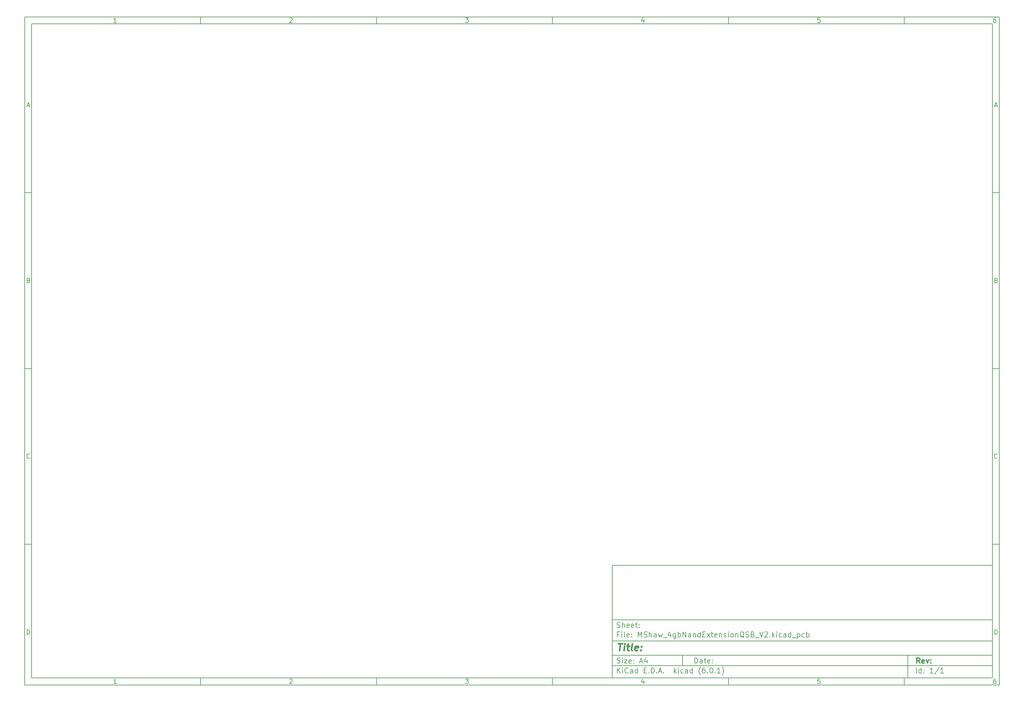
<source format=gbp>
%TF.GenerationSoftware,KiCad,Pcbnew,(6.0.1)*%
%TF.CreationDate,2022-02-28T01:07:11-07:00*%
%TF.ProjectId,MShaw_4gbNandExtensionQSB_V2,4d536861-775f-4346-9762-4e616e644578,rev?*%
%TF.SameCoordinates,Original*%
%TF.FileFunction,Paste,Bot*%
%TF.FilePolarity,Positive*%
%FSLAX46Y46*%
G04 Gerber Fmt 4.6, Leading zero omitted, Abs format (unit mm)*
G04 Created by KiCad (PCBNEW (6.0.1)) date 2022-02-28 01:07:11*
%MOMM*%
%LPD*%
G01*
G04 APERTURE LIST*
%ADD10C,0.100000*%
%ADD11C,0.150000*%
%ADD12C,0.300000*%
%ADD13C,0.400000*%
G04 APERTURE END LIST*
D10*
D11*
X177002200Y-166007200D02*
X177002200Y-198007200D01*
X285002200Y-198007200D01*
X285002200Y-166007200D01*
X177002200Y-166007200D01*
D10*
D11*
X10000000Y-10000000D02*
X10000000Y-200007200D01*
X287002200Y-200007200D01*
X287002200Y-10000000D01*
X10000000Y-10000000D01*
D10*
D11*
X12000000Y-12000000D02*
X12000000Y-198007200D01*
X285002200Y-198007200D01*
X285002200Y-12000000D01*
X12000000Y-12000000D01*
D10*
D11*
X60000000Y-12000000D02*
X60000000Y-10000000D01*
D10*
D11*
X110000000Y-12000000D02*
X110000000Y-10000000D01*
D10*
D11*
X160000000Y-12000000D02*
X160000000Y-10000000D01*
D10*
D11*
X210000000Y-12000000D02*
X210000000Y-10000000D01*
D10*
D11*
X260000000Y-12000000D02*
X260000000Y-10000000D01*
D10*
D11*
X36065476Y-11588095D02*
X35322619Y-11588095D01*
X35694047Y-11588095D02*
X35694047Y-10288095D01*
X35570238Y-10473809D01*
X35446428Y-10597619D01*
X35322619Y-10659523D01*
D10*
D11*
X85322619Y-10411904D02*
X85384523Y-10350000D01*
X85508333Y-10288095D01*
X85817857Y-10288095D01*
X85941666Y-10350000D01*
X86003571Y-10411904D01*
X86065476Y-10535714D01*
X86065476Y-10659523D01*
X86003571Y-10845238D01*
X85260714Y-11588095D01*
X86065476Y-11588095D01*
D10*
D11*
X135260714Y-10288095D02*
X136065476Y-10288095D01*
X135632142Y-10783333D01*
X135817857Y-10783333D01*
X135941666Y-10845238D01*
X136003571Y-10907142D01*
X136065476Y-11030952D01*
X136065476Y-11340476D01*
X136003571Y-11464285D01*
X135941666Y-11526190D01*
X135817857Y-11588095D01*
X135446428Y-11588095D01*
X135322619Y-11526190D01*
X135260714Y-11464285D01*
D10*
D11*
X185941666Y-10721428D02*
X185941666Y-11588095D01*
X185632142Y-10226190D02*
X185322619Y-11154761D01*
X186127380Y-11154761D01*
D10*
D11*
X236003571Y-10288095D02*
X235384523Y-10288095D01*
X235322619Y-10907142D01*
X235384523Y-10845238D01*
X235508333Y-10783333D01*
X235817857Y-10783333D01*
X235941666Y-10845238D01*
X236003571Y-10907142D01*
X236065476Y-11030952D01*
X236065476Y-11340476D01*
X236003571Y-11464285D01*
X235941666Y-11526190D01*
X235817857Y-11588095D01*
X235508333Y-11588095D01*
X235384523Y-11526190D01*
X235322619Y-11464285D01*
D10*
D11*
X285941666Y-10288095D02*
X285694047Y-10288095D01*
X285570238Y-10350000D01*
X285508333Y-10411904D01*
X285384523Y-10597619D01*
X285322619Y-10845238D01*
X285322619Y-11340476D01*
X285384523Y-11464285D01*
X285446428Y-11526190D01*
X285570238Y-11588095D01*
X285817857Y-11588095D01*
X285941666Y-11526190D01*
X286003571Y-11464285D01*
X286065476Y-11340476D01*
X286065476Y-11030952D01*
X286003571Y-10907142D01*
X285941666Y-10845238D01*
X285817857Y-10783333D01*
X285570238Y-10783333D01*
X285446428Y-10845238D01*
X285384523Y-10907142D01*
X285322619Y-11030952D01*
D10*
D11*
X60000000Y-198007200D02*
X60000000Y-200007200D01*
D10*
D11*
X110000000Y-198007200D02*
X110000000Y-200007200D01*
D10*
D11*
X160000000Y-198007200D02*
X160000000Y-200007200D01*
D10*
D11*
X210000000Y-198007200D02*
X210000000Y-200007200D01*
D10*
D11*
X260000000Y-198007200D02*
X260000000Y-200007200D01*
D10*
D11*
X36065476Y-199595295D02*
X35322619Y-199595295D01*
X35694047Y-199595295D02*
X35694047Y-198295295D01*
X35570238Y-198481009D01*
X35446428Y-198604819D01*
X35322619Y-198666723D01*
D10*
D11*
X85322619Y-198419104D02*
X85384523Y-198357200D01*
X85508333Y-198295295D01*
X85817857Y-198295295D01*
X85941666Y-198357200D01*
X86003571Y-198419104D01*
X86065476Y-198542914D01*
X86065476Y-198666723D01*
X86003571Y-198852438D01*
X85260714Y-199595295D01*
X86065476Y-199595295D01*
D10*
D11*
X135260714Y-198295295D02*
X136065476Y-198295295D01*
X135632142Y-198790533D01*
X135817857Y-198790533D01*
X135941666Y-198852438D01*
X136003571Y-198914342D01*
X136065476Y-199038152D01*
X136065476Y-199347676D01*
X136003571Y-199471485D01*
X135941666Y-199533390D01*
X135817857Y-199595295D01*
X135446428Y-199595295D01*
X135322619Y-199533390D01*
X135260714Y-199471485D01*
D10*
D11*
X185941666Y-198728628D02*
X185941666Y-199595295D01*
X185632142Y-198233390D02*
X185322619Y-199161961D01*
X186127380Y-199161961D01*
D10*
D11*
X236003571Y-198295295D02*
X235384523Y-198295295D01*
X235322619Y-198914342D01*
X235384523Y-198852438D01*
X235508333Y-198790533D01*
X235817857Y-198790533D01*
X235941666Y-198852438D01*
X236003571Y-198914342D01*
X236065476Y-199038152D01*
X236065476Y-199347676D01*
X236003571Y-199471485D01*
X235941666Y-199533390D01*
X235817857Y-199595295D01*
X235508333Y-199595295D01*
X235384523Y-199533390D01*
X235322619Y-199471485D01*
D10*
D11*
X285941666Y-198295295D02*
X285694047Y-198295295D01*
X285570238Y-198357200D01*
X285508333Y-198419104D01*
X285384523Y-198604819D01*
X285322619Y-198852438D01*
X285322619Y-199347676D01*
X285384523Y-199471485D01*
X285446428Y-199533390D01*
X285570238Y-199595295D01*
X285817857Y-199595295D01*
X285941666Y-199533390D01*
X286003571Y-199471485D01*
X286065476Y-199347676D01*
X286065476Y-199038152D01*
X286003571Y-198914342D01*
X285941666Y-198852438D01*
X285817857Y-198790533D01*
X285570238Y-198790533D01*
X285446428Y-198852438D01*
X285384523Y-198914342D01*
X285322619Y-199038152D01*
D10*
D11*
X10000000Y-60000000D02*
X12000000Y-60000000D01*
D10*
D11*
X10000000Y-110000000D02*
X12000000Y-110000000D01*
D10*
D11*
X10000000Y-160000000D02*
X12000000Y-160000000D01*
D10*
D11*
X10690476Y-35216666D02*
X11309523Y-35216666D01*
X10566666Y-35588095D02*
X11000000Y-34288095D01*
X11433333Y-35588095D01*
D10*
D11*
X11092857Y-84907142D02*
X11278571Y-84969047D01*
X11340476Y-85030952D01*
X11402380Y-85154761D01*
X11402380Y-85340476D01*
X11340476Y-85464285D01*
X11278571Y-85526190D01*
X11154761Y-85588095D01*
X10659523Y-85588095D01*
X10659523Y-84288095D01*
X11092857Y-84288095D01*
X11216666Y-84350000D01*
X11278571Y-84411904D01*
X11340476Y-84535714D01*
X11340476Y-84659523D01*
X11278571Y-84783333D01*
X11216666Y-84845238D01*
X11092857Y-84907142D01*
X10659523Y-84907142D01*
D10*
D11*
X11402380Y-135464285D02*
X11340476Y-135526190D01*
X11154761Y-135588095D01*
X11030952Y-135588095D01*
X10845238Y-135526190D01*
X10721428Y-135402380D01*
X10659523Y-135278571D01*
X10597619Y-135030952D01*
X10597619Y-134845238D01*
X10659523Y-134597619D01*
X10721428Y-134473809D01*
X10845238Y-134350000D01*
X11030952Y-134288095D01*
X11154761Y-134288095D01*
X11340476Y-134350000D01*
X11402380Y-134411904D01*
D10*
D11*
X10659523Y-185588095D02*
X10659523Y-184288095D01*
X10969047Y-184288095D01*
X11154761Y-184350000D01*
X11278571Y-184473809D01*
X11340476Y-184597619D01*
X11402380Y-184845238D01*
X11402380Y-185030952D01*
X11340476Y-185278571D01*
X11278571Y-185402380D01*
X11154761Y-185526190D01*
X10969047Y-185588095D01*
X10659523Y-185588095D01*
D10*
D11*
X287002200Y-60000000D02*
X285002200Y-60000000D01*
D10*
D11*
X287002200Y-110000000D02*
X285002200Y-110000000D01*
D10*
D11*
X287002200Y-160000000D02*
X285002200Y-160000000D01*
D10*
D11*
X285692676Y-35216666D02*
X286311723Y-35216666D01*
X285568866Y-35588095D02*
X286002200Y-34288095D01*
X286435533Y-35588095D01*
D10*
D11*
X286095057Y-84907142D02*
X286280771Y-84969047D01*
X286342676Y-85030952D01*
X286404580Y-85154761D01*
X286404580Y-85340476D01*
X286342676Y-85464285D01*
X286280771Y-85526190D01*
X286156961Y-85588095D01*
X285661723Y-85588095D01*
X285661723Y-84288095D01*
X286095057Y-84288095D01*
X286218866Y-84350000D01*
X286280771Y-84411904D01*
X286342676Y-84535714D01*
X286342676Y-84659523D01*
X286280771Y-84783333D01*
X286218866Y-84845238D01*
X286095057Y-84907142D01*
X285661723Y-84907142D01*
D10*
D11*
X286404580Y-135464285D02*
X286342676Y-135526190D01*
X286156961Y-135588095D01*
X286033152Y-135588095D01*
X285847438Y-135526190D01*
X285723628Y-135402380D01*
X285661723Y-135278571D01*
X285599819Y-135030952D01*
X285599819Y-134845238D01*
X285661723Y-134597619D01*
X285723628Y-134473809D01*
X285847438Y-134350000D01*
X286033152Y-134288095D01*
X286156961Y-134288095D01*
X286342676Y-134350000D01*
X286404580Y-134411904D01*
D10*
D11*
X285661723Y-185588095D02*
X285661723Y-184288095D01*
X285971247Y-184288095D01*
X286156961Y-184350000D01*
X286280771Y-184473809D01*
X286342676Y-184597619D01*
X286404580Y-184845238D01*
X286404580Y-185030952D01*
X286342676Y-185278571D01*
X286280771Y-185402380D01*
X286156961Y-185526190D01*
X285971247Y-185588095D01*
X285661723Y-185588095D01*
D10*
D11*
X200434342Y-193785771D02*
X200434342Y-192285771D01*
X200791485Y-192285771D01*
X201005771Y-192357200D01*
X201148628Y-192500057D01*
X201220057Y-192642914D01*
X201291485Y-192928628D01*
X201291485Y-193142914D01*
X201220057Y-193428628D01*
X201148628Y-193571485D01*
X201005771Y-193714342D01*
X200791485Y-193785771D01*
X200434342Y-193785771D01*
X202577200Y-193785771D02*
X202577200Y-193000057D01*
X202505771Y-192857200D01*
X202362914Y-192785771D01*
X202077200Y-192785771D01*
X201934342Y-192857200D01*
X202577200Y-193714342D02*
X202434342Y-193785771D01*
X202077200Y-193785771D01*
X201934342Y-193714342D01*
X201862914Y-193571485D01*
X201862914Y-193428628D01*
X201934342Y-193285771D01*
X202077200Y-193214342D01*
X202434342Y-193214342D01*
X202577200Y-193142914D01*
X203077200Y-192785771D02*
X203648628Y-192785771D01*
X203291485Y-192285771D02*
X203291485Y-193571485D01*
X203362914Y-193714342D01*
X203505771Y-193785771D01*
X203648628Y-193785771D01*
X204720057Y-193714342D02*
X204577200Y-193785771D01*
X204291485Y-193785771D01*
X204148628Y-193714342D01*
X204077200Y-193571485D01*
X204077200Y-193000057D01*
X204148628Y-192857200D01*
X204291485Y-192785771D01*
X204577200Y-192785771D01*
X204720057Y-192857200D01*
X204791485Y-193000057D01*
X204791485Y-193142914D01*
X204077200Y-193285771D01*
X205434342Y-193642914D02*
X205505771Y-193714342D01*
X205434342Y-193785771D01*
X205362914Y-193714342D01*
X205434342Y-193642914D01*
X205434342Y-193785771D01*
X205434342Y-192857200D02*
X205505771Y-192928628D01*
X205434342Y-193000057D01*
X205362914Y-192928628D01*
X205434342Y-192857200D01*
X205434342Y-193000057D01*
D10*
D11*
X177002200Y-194507200D02*
X285002200Y-194507200D01*
D10*
D11*
X178434342Y-196585771D02*
X178434342Y-195085771D01*
X179291485Y-196585771D02*
X178648628Y-195728628D01*
X179291485Y-195085771D02*
X178434342Y-195942914D01*
X179934342Y-196585771D02*
X179934342Y-195585771D01*
X179934342Y-195085771D02*
X179862914Y-195157200D01*
X179934342Y-195228628D01*
X180005771Y-195157200D01*
X179934342Y-195085771D01*
X179934342Y-195228628D01*
X181505771Y-196442914D02*
X181434342Y-196514342D01*
X181220057Y-196585771D01*
X181077200Y-196585771D01*
X180862914Y-196514342D01*
X180720057Y-196371485D01*
X180648628Y-196228628D01*
X180577200Y-195942914D01*
X180577200Y-195728628D01*
X180648628Y-195442914D01*
X180720057Y-195300057D01*
X180862914Y-195157200D01*
X181077200Y-195085771D01*
X181220057Y-195085771D01*
X181434342Y-195157200D01*
X181505771Y-195228628D01*
X182791485Y-196585771D02*
X182791485Y-195800057D01*
X182720057Y-195657200D01*
X182577200Y-195585771D01*
X182291485Y-195585771D01*
X182148628Y-195657200D01*
X182791485Y-196514342D02*
X182648628Y-196585771D01*
X182291485Y-196585771D01*
X182148628Y-196514342D01*
X182077200Y-196371485D01*
X182077200Y-196228628D01*
X182148628Y-196085771D01*
X182291485Y-196014342D01*
X182648628Y-196014342D01*
X182791485Y-195942914D01*
X184148628Y-196585771D02*
X184148628Y-195085771D01*
X184148628Y-196514342D02*
X184005771Y-196585771D01*
X183720057Y-196585771D01*
X183577200Y-196514342D01*
X183505771Y-196442914D01*
X183434342Y-196300057D01*
X183434342Y-195871485D01*
X183505771Y-195728628D01*
X183577200Y-195657200D01*
X183720057Y-195585771D01*
X184005771Y-195585771D01*
X184148628Y-195657200D01*
X186005771Y-195800057D02*
X186505771Y-195800057D01*
X186720057Y-196585771D02*
X186005771Y-196585771D01*
X186005771Y-195085771D01*
X186720057Y-195085771D01*
X187362914Y-196442914D02*
X187434342Y-196514342D01*
X187362914Y-196585771D01*
X187291485Y-196514342D01*
X187362914Y-196442914D01*
X187362914Y-196585771D01*
X188077200Y-196585771D02*
X188077200Y-195085771D01*
X188434342Y-195085771D01*
X188648628Y-195157200D01*
X188791485Y-195300057D01*
X188862914Y-195442914D01*
X188934342Y-195728628D01*
X188934342Y-195942914D01*
X188862914Y-196228628D01*
X188791485Y-196371485D01*
X188648628Y-196514342D01*
X188434342Y-196585771D01*
X188077200Y-196585771D01*
X189577200Y-196442914D02*
X189648628Y-196514342D01*
X189577200Y-196585771D01*
X189505771Y-196514342D01*
X189577200Y-196442914D01*
X189577200Y-196585771D01*
X190220057Y-196157200D02*
X190934342Y-196157200D01*
X190077200Y-196585771D02*
X190577200Y-195085771D01*
X191077200Y-196585771D01*
X191577200Y-196442914D02*
X191648628Y-196514342D01*
X191577200Y-196585771D01*
X191505771Y-196514342D01*
X191577200Y-196442914D01*
X191577200Y-196585771D01*
X194577200Y-196585771D02*
X194577200Y-195085771D01*
X194720057Y-196014342D02*
X195148628Y-196585771D01*
X195148628Y-195585771D02*
X194577200Y-196157200D01*
X195791485Y-196585771D02*
X195791485Y-195585771D01*
X195791485Y-195085771D02*
X195720057Y-195157200D01*
X195791485Y-195228628D01*
X195862914Y-195157200D01*
X195791485Y-195085771D01*
X195791485Y-195228628D01*
X197148628Y-196514342D02*
X197005771Y-196585771D01*
X196720057Y-196585771D01*
X196577200Y-196514342D01*
X196505771Y-196442914D01*
X196434342Y-196300057D01*
X196434342Y-195871485D01*
X196505771Y-195728628D01*
X196577200Y-195657200D01*
X196720057Y-195585771D01*
X197005771Y-195585771D01*
X197148628Y-195657200D01*
X198434342Y-196585771D02*
X198434342Y-195800057D01*
X198362914Y-195657200D01*
X198220057Y-195585771D01*
X197934342Y-195585771D01*
X197791485Y-195657200D01*
X198434342Y-196514342D02*
X198291485Y-196585771D01*
X197934342Y-196585771D01*
X197791485Y-196514342D01*
X197720057Y-196371485D01*
X197720057Y-196228628D01*
X197791485Y-196085771D01*
X197934342Y-196014342D01*
X198291485Y-196014342D01*
X198434342Y-195942914D01*
X199791485Y-196585771D02*
X199791485Y-195085771D01*
X199791485Y-196514342D02*
X199648628Y-196585771D01*
X199362914Y-196585771D01*
X199220057Y-196514342D01*
X199148628Y-196442914D01*
X199077200Y-196300057D01*
X199077200Y-195871485D01*
X199148628Y-195728628D01*
X199220057Y-195657200D01*
X199362914Y-195585771D01*
X199648628Y-195585771D01*
X199791485Y-195657200D01*
X202077200Y-197157200D02*
X202005771Y-197085771D01*
X201862914Y-196871485D01*
X201791485Y-196728628D01*
X201720057Y-196514342D01*
X201648628Y-196157200D01*
X201648628Y-195871485D01*
X201720057Y-195514342D01*
X201791485Y-195300057D01*
X201862914Y-195157200D01*
X202005771Y-194942914D01*
X202077200Y-194871485D01*
X203291485Y-195085771D02*
X203005771Y-195085771D01*
X202862914Y-195157200D01*
X202791485Y-195228628D01*
X202648628Y-195442914D01*
X202577200Y-195728628D01*
X202577200Y-196300057D01*
X202648628Y-196442914D01*
X202720057Y-196514342D01*
X202862914Y-196585771D01*
X203148628Y-196585771D01*
X203291485Y-196514342D01*
X203362914Y-196442914D01*
X203434342Y-196300057D01*
X203434342Y-195942914D01*
X203362914Y-195800057D01*
X203291485Y-195728628D01*
X203148628Y-195657200D01*
X202862914Y-195657200D01*
X202720057Y-195728628D01*
X202648628Y-195800057D01*
X202577200Y-195942914D01*
X204077200Y-196442914D02*
X204148628Y-196514342D01*
X204077200Y-196585771D01*
X204005771Y-196514342D01*
X204077200Y-196442914D01*
X204077200Y-196585771D01*
X205077200Y-195085771D02*
X205220057Y-195085771D01*
X205362914Y-195157200D01*
X205434342Y-195228628D01*
X205505771Y-195371485D01*
X205577200Y-195657200D01*
X205577200Y-196014342D01*
X205505771Y-196300057D01*
X205434342Y-196442914D01*
X205362914Y-196514342D01*
X205220057Y-196585771D01*
X205077200Y-196585771D01*
X204934342Y-196514342D01*
X204862914Y-196442914D01*
X204791485Y-196300057D01*
X204720057Y-196014342D01*
X204720057Y-195657200D01*
X204791485Y-195371485D01*
X204862914Y-195228628D01*
X204934342Y-195157200D01*
X205077200Y-195085771D01*
X206220057Y-196442914D02*
X206291485Y-196514342D01*
X206220057Y-196585771D01*
X206148628Y-196514342D01*
X206220057Y-196442914D01*
X206220057Y-196585771D01*
X207720057Y-196585771D02*
X206862914Y-196585771D01*
X207291485Y-196585771D02*
X207291485Y-195085771D01*
X207148628Y-195300057D01*
X207005771Y-195442914D01*
X206862914Y-195514342D01*
X208220057Y-197157200D02*
X208291485Y-197085771D01*
X208434342Y-196871485D01*
X208505771Y-196728628D01*
X208577200Y-196514342D01*
X208648628Y-196157200D01*
X208648628Y-195871485D01*
X208577200Y-195514342D01*
X208505771Y-195300057D01*
X208434342Y-195157200D01*
X208291485Y-194942914D01*
X208220057Y-194871485D01*
D10*
D11*
X177002200Y-191507200D02*
X285002200Y-191507200D01*
D10*
D12*
X264411485Y-193785771D02*
X263911485Y-193071485D01*
X263554342Y-193785771D02*
X263554342Y-192285771D01*
X264125771Y-192285771D01*
X264268628Y-192357200D01*
X264340057Y-192428628D01*
X264411485Y-192571485D01*
X264411485Y-192785771D01*
X264340057Y-192928628D01*
X264268628Y-193000057D01*
X264125771Y-193071485D01*
X263554342Y-193071485D01*
X265625771Y-193714342D02*
X265482914Y-193785771D01*
X265197200Y-193785771D01*
X265054342Y-193714342D01*
X264982914Y-193571485D01*
X264982914Y-193000057D01*
X265054342Y-192857200D01*
X265197200Y-192785771D01*
X265482914Y-192785771D01*
X265625771Y-192857200D01*
X265697200Y-193000057D01*
X265697200Y-193142914D01*
X264982914Y-193285771D01*
X266197200Y-192785771D02*
X266554342Y-193785771D01*
X266911485Y-192785771D01*
X267482914Y-193642914D02*
X267554342Y-193714342D01*
X267482914Y-193785771D01*
X267411485Y-193714342D01*
X267482914Y-193642914D01*
X267482914Y-193785771D01*
X267482914Y-192857200D02*
X267554342Y-192928628D01*
X267482914Y-193000057D01*
X267411485Y-192928628D01*
X267482914Y-192857200D01*
X267482914Y-193000057D01*
D10*
D11*
X178362914Y-193714342D02*
X178577200Y-193785771D01*
X178934342Y-193785771D01*
X179077200Y-193714342D01*
X179148628Y-193642914D01*
X179220057Y-193500057D01*
X179220057Y-193357200D01*
X179148628Y-193214342D01*
X179077200Y-193142914D01*
X178934342Y-193071485D01*
X178648628Y-193000057D01*
X178505771Y-192928628D01*
X178434342Y-192857200D01*
X178362914Y-192714342D01*
X178362914Y-192571485D01*
X178434342Y-192428628D01*
X178505771Y-192357200D01*
X178648628Y-192285771D01*
X179005771Y-192285771D01*
X179220057Y-192357200D01*
X179862914Y-193785771D02*
X179862914Y-192785771D01*
X179862914Y-192285771D02*
X179791485Y-192357200D01*
X179862914Y-192428628D01*
X179934342Y-192357200D01*
X179862914Y-192285771D01*
X179862914Y-192428628D01*
X180434342Y-192785771D02*
X181220057Y-192785771D01*
X180434342Y-193785771D01*
X181220057Y-193785771D01*
X182362914Y-193714342D02*
X182220057Y-193785771D01*
X181934342Y-193785771D01*
X181791485Y-193714342D01*
X181720057Y-193571485D01*
X181720057Y-193000057D01*
X181791485Y-192857200D01*
X181934342Y-192785771D01*
X182220057Y-192785771D01*
X182362914Y-192857200D01*
X182434342Y-193000057D01*
X182434342Y-193142914D01*
X181720057Y-193285771D01*
X183077200Y-193642914D02*
X183148628Y-193714342D01*
X183077200Y-193785771D01*
X183005771Y-193714342D01*
X183077200Y-193642914D01*
X183077200Y-193785771D01*
X183077200Y-192857200D02*
X183148628Y-192928628D01*
X183077200Y-193000057D01*
X183005771Y-192928628D01*
X183077200Y-192857200D01*
X183077200Y-193000057D01*
X184862914Y-193357200D02*
X185577200Y-193357200D01*
X184720057Y-193785771D02*
X185220057Y-192285771D01*
X185720057Y-193785771D01*
X186862914Y-192785771D02*
X186862914Y-193785771D01*
X186505771Y-192214342D02*
X186148628Y-193285771D01*
X187077200Y-193285771D01*
D10*
D11*
X263434342Y-196585771D02*
X263434342Y-195085771D01*
X264791485Y-196585771D02*
X264791485Y-195085771D01*
X264791485Y-196514342D02*
X264648628Y-196585771D01*
X264362914Y-196585771D01*
X264220057Y-196514342D01*
X264148628Y-196442914D01*
X264077200Y-196300057D01*
X264077200Y-195871485D01*
X264148628Y-195728628D01*
X264220057Y-195657200D01*
X264362914Y-195585771D01*
X264648628Y-195585771D01*
X264791485Y-195657200D01*
X265505771Y-196442914D02*
X265577200Y-196514342D01*
X265505771Y-196585771D01*
X265434342Y-196514342D01*
X265505771Y-196442914D01*
X265505771Y-196585771D01*
X265505771Y-195657200D02*
X265577200Y-195728628D01*
X265505771Y-195800057D01*
X265434342Y-195728628D01*
X265505771Y-195657200D01*
X265505771Y-195800057D01*
X268148628Y-196585771D02*
X267291485Y-196585771D01*
X267720057Y-196585771D02*
X267720057Y-195085771D01*
X267577200Y-195300057D01*
X267434342Y-195442914D01*
X267291485Y-195514342D01*
X269862914Y-195014342D02*
X268577200Y-196942914D01*
X271148628Y-196585771D02*
X270291485Y-196585771D01*
X270720057Y-196585771D02*
X270720057Y-195085771D01*
X270577200Y-195300057D01*
X270434342Y-195442914D01*
X270291485Y-195514342D01*
D10*
D11*
X177002200Y-187507200D02*
X285002200Y-187507200D01*
D10*
D13*
X178714580Y-188211961D02*
X179857438Y-188211961D01*
X179036009Y-190211961D02*
X179286009Y-188211961D01*
X180274104Y-190211961D02*
X180440771Y-188878628D01*
X180524104Y-188211961D02*
X180416961Y-188307200D01*
X180500295Y-188402438D01*
X180607438Y-188307200D01*
X180524104Y-188211961D01*
X180500295Y-188402438D01*
X181107438Y-188878628D02*
X181869342Y-188878628D01*
X181476485Y-188211961D02*
X181262200Y-189926247D01*
X181333628Y-190116723D01*
X181512200Y-190211961D01*
X181702676Y-190211961D01*
X182655057Y-190211961D02*
X182476485Y-190116723D01*
X182405057Y-189926247D01*
X182619342Y-188211961D01*
X184190771Y-190116723D02*
X183988390Y-190211961D01*
X183607438Y-190211961D01*
X183428866Y-190116723D01*
X183357438Y-189926247D01*
X183452676Y-189164342D01*
X183571723Y-188973866D01*
X183774104Y-188878628D01*
X184155057Y-188878628D01*
X184333628Y-188973866D01*
X184405057Y-189164342D01*
X184381247Y-189354819D01*
X183405057Y-189545295D01*
X185155057Y-190021485D02*
X185238390Y-190116723D01*
X185131247Y-190211961D01*
X185047914Y-190116723D01*
X185155057Y-190021485D01*
X185131247Y-190211961D01*
X185286009Y-188973866D02*
X185369342Y-189069104D01*
X185262200Y-189164342D01*
X185178866Y-189069104D01*
X185286009Y-188973866D01*
X185262200Y-189164342D01*
D10*
D11*
X178934342Y-185600057D02*
X178434342Y-185600057D01*
X178434342Y-186385771D02*
X178434342Y-184885771D01*
X179148628Y-184885771D01*
X179720057Y-186385771D02*
X179720057Y-185385771D01*
X179720057Y-184885771D02*
X179648628Y-184957200D01*
X179720057Y-185028628D01*
X179791485Y-184957200D01*
X179720057Y-184885771D01*
X179720057Y-185028628D01*
X180648628Y-186385771D02*
X180505771Y-186314342D01*
X180434342Y-186171485D01*
X180434342Y-184885771D01*
X181791485Y-186314342D02*
X181648628Y-186385771D01*
X181362914Y-186385771D01*
X181220057Y-186314342D01*
X181148628Y-186171485D01*
X181148628Y-185600057D01*
X181220057Y-185457200D01*
X181362914Y-185385771D01*
X181648628Y-185385771D01*
X181791485Y-185457200D01*
X181862914Y-185600057D01*
X181862914Y-185742914D01*
X181148628Y-185885771D01*
X182505771Y-186242914D02*
X182577200Y-186314342D01*
X182505771Y-186385771D01*
X182434342Y-186314342D01*
X182505771Y-186242914D01*
X182505771Y-186385771D01*
X182505771Y-185457200D02*
X182577200Y-185528628D01*
X182505771Y-185600057D01*
X182434342Y-185528628D01*
X182505771Y-185457200D01*
X182505771Y-185600057D01*
X184362914Y-186385771D02*
X184362914Y-184885771D01*
X184862914Y-185957200D01*
X185362914Y-184885771D01*
X185362914Y-186385771D01*
X186005771Y-186314342D02*
X186220057Y-186385771D01*
X186577200Y-186385771D01*
X186720057Y-186314342D01*
X186791485Y-186242914D01*
X186862914Y-186100057D01*
X186862914Y-185957200D01*
X186791485Y-185814342D01*
X186720057Y-185742914D01*
X186577200Y-185671485D01*
X186291485Y-185600057D01*
X186148628Y-185528628D01*
X186077200Y-185457200D01*
X186005771Y-185314342D01*
X186005771Y-185171485D01*
X186077200Y-185028628D01*
X186148628Y-184957200D01*
X186291485Y-184885771D01*
X186648628Y-184885771D01*
X186862914Y-184957200D01*
X187505771Y-186385771D02*
X187505771Y-184885771D01*
X188148628Y-186385771D02*
X188148628Y-185600057D01*
X188077200Y-185457200D01*
X187934342Y-185385771D01*
X187720057Y-185385771D01*
X187577200Y-185457200D01*
X187505771Y-185528628D01*
X189505771Y-186385771D02*
X189505771Y-185600057D01*
X189434342Y-185457200D01*
X189291485Y-185385771D01*
X189005771Y-185385771D01*
X188862914Y-185457200D01*
X189505771Y-186314342D02*
X189362914Y-186385771D01*
X189005771Y-186385771D01*
X188862914Y-186314342D01*
X188791485Y-186171485D01*
X188791485Y-186028628D01*
X188862914Y-185885771D01*
X189005771Y-185814342D01*
X189362914Y-185814342D01*
X189505771Y-185742914D01*
X190077200Y-185385771D02*
X190362914Y-186385771D01*
X190648628Y-185671485D01*
X190934342Y-186385771D01*
X191220057Y-185385771D01*
X191434342Y-186528628D02*
X192577200Y-186528628D01*
X193577200Y-185385771D02*
X193577200Y-186385771D01*
X193220057Y-184814342D02*
X192862914Y-185885771D01*
X193791485Y-185885771D01*
X195005771Y-185385771D02*
X195005771Y-186600057D01*
X194934342Y-186742914D01*
X194862914Y-186814342D01*
X194720057Y-186885771D01*
X194505771Y-186885771D01*
X194362914Y-186814342D01*
X195005771Y-186314342D02*
X194862914Y-186385771D01*
X194577200Y-186385771D01*
X194434342Y-186314342D01*
X194362914Y-186242914D01*
X194291485Y-186100057D01*
X194291485Y-185671485D01*
X194362914Y-185528628D01*
X194434342Y-185457200D01*
X194577200Y-185385771D01*
X194862914Y-185385771D01*
X195005771Y-185457200D01*
X195720057Y-186385771D02*
X195720057Y-184885771D01*
X195720057Y-185457200D02*
X195862914Y-185385771D01*
X196148628Y-185385771D01*
X196291485Y-185457200D01*
X196362914Y-185528628D01*
X196434342Y-185671485D01*
X196434342Y-186100057D01*
X196362914Y-186242914D01*
X196291485Y-186314342D01*
X196148628Y-186385771D01*
X195862914Y-186385771D01*
X195720057Y-186314342D01*
X197077200Y-186385771D02*
X197077200Y-184885771D01*
X197934342Y-186385771D01*
X197934342Y-184885771D01*
X199291485Y-186385771D02*
X199291485Y-185600057D01*
X199220057Y-185457200D01*
X199077200Y-185385771D01*
X198791485Y-185385771D01*
X198648628Y-185457200D01*
X199291485Y-186314342D02*
X199148628Y-186385771D01*
X198791485Y-186385771D01*
X198648628Y-186314342D01*
X198577200Y-186171485D01*
X198577200Y-186028628D01*
X198648628Y-185885771D01*
X198791485Y-185814342D01*
X199148628Y-185814342D01*
X199291485Y-185742914D01*
X200005771Y-185385771D02*
X200005771Y-186385771D01*
X200005771Y-185528628D02*
X200077200Y-185457200D01*
X200220057Y-185385771D01*
X200434342Y-185385771D01*
X200577200Y-185457200D01*
X200648628Y-185600057D01*
X200648628Y-186385771D01*
X202005771Y-186385771D02*
X202005771Y-184885771D01*
X202005771Y-186314342D02*
X201862914Y-186385771D01*
X201577200Y-186385771D01*
X201434342Y-186314342D01*
X201362914Y-186242914D01*
X201291485Y-186100057D01*
X201291485Y-185671485D01*
X201362914Y-185528628D01*
X201434342Y-185457200D01*
X201577200Y-185385771D01*
X201862914Y-185385771D01*
X202005771Y-185457200D01*
X202720057Y-185600057D02*
X203220057Y-185600057D01*
X203434342Y-186385771D02*
X202720057Y-186385771D01*
X202720057Y-184885771D01*
X203434342Y-184885771D01*
X203934342Y-186385771D02*
X204720057Y-185385771D01*
X203934342Y-185385771D02*
X204720057Y-186385771D01*
X205077200Y-185385771D02*
X205648628Y-185385771D01*
X205291485Y-184885771D02*
X205291485Y-186171485D01*
X205362914Y-186314342D01*
X205505771Y-186385771D01*
X205648628Y-186385771D01*
X206720057Y-186314342D02*
X206577200Y-186385771D01*
X206291485Y-186385771D01*
X206148628Y-186314342D01*
X206077200Y-186171485D01*
X206077200Y-185600057D01*
X206148628Y-185457200D01*
X206291485Y-185385771D01*
X206577200Y-185385771D01*
X206720057Y-185457200D01*
X206791485Y-185600057D01*
X206791485Y-185742914D01*
X206077200Y-185885771D01*
X207434342Y-185385771D02*
X207434342Y-186385771D01*
X207434342Y-185528628D02*
X207505771Y-185457200D01*
X207648628Y-185385771D01*
X207862914Y-185385771D01*
X208005771Y-185457200D01*
X208077200Y-185600057D01*
X208077200Y-186385771D01*
X208720057Y-186314342D02*
X208862914Y-186385771D01*
X209148628Y-186385771D01*
X209291485Y-186314342D01*
X209362914Y-186171485D01*
X209362914Y-186100057D01*
X209291485Y-185957200D01*
X209148628Y-185885771D01*
X208934342Y-185885771D01*
X208791485Y-185814342D01*
X208720057Y-185671485D01*
X208720057Y-185600057D01*
X208791485Y-185457200D01*
X208934342Y-185385771D01*
X209148628Y-185385771D01*
X209291485Y-185457200D01*
X210005771Y-186385771D02*
X210005771Y-185385771D01*
X210005771Y-184885771D02*
X209934342Y-184957200D01*
X210005771Y-185028628D01*
X210077200Y-184957200D01*
X210005771Y-184885771D01*
X210005771Y-185028628D01*
X210934342Y-186385771D02*
X210791485Y-186314342D01*
X210720057Y-186242914D01*
X210648628Y-186100057D01*
X210648628Y-185671485D01*
X210720057Y-185528628D01*
X210791485Y-185457200D01*
X210934342Y-185385771D01*
X211148628Y-185385771D01*
X211291485Y-185457200D01*
X211362914Y-185528628D01*
X211434342Y-185671485D01*
X211434342Y-186100057D01*
X211362914Y-186242914D01*
X211291485Y-186314342D01*
X211148628Y-186385771D01*
X210934342Y-186385771D01*
X212077200Y-185385771D02*
X212077200Y-186385771D01*
X212077200Y-185528628D02*
X212148628Y-185457200D01*
X212291485Y-185385771D01*
X212505771Y-185385771D01*
X212648628Y-185457200D01*
X212720057Y-185600057D01*
X212720057Y-186385771D01*
X214434342Y-186528628D02*
X214291485Y-186457200D01*
X214148628Y-186314342D01*
X213934342Y-186100057D01*
X213791485Y-186028628D01*
X213648628Y-186028628D01*
X213720057Y-186385771D02*
X213577200Y-186314342D01*
X213434342Y-186171485D01*
X213362914Y-185885771D01*
X213362914Y-185385771D01*
X213434342Y-185100057D01*
X213577200Y-184957200D01*
X213720057Y-184885771D01*
X214005771Y-184885771D01*
X214148628Y-184957200D01*
X214291485Y-185100057D01*
X214362914Y-185385771D01*
X214362914Y-185885771D01*
X214291485Y-186171485D01*
X214148628Y-186314342D01*
X214005771Y-186385771D01*
X213720057Y-186385771D01*
X214934342Y-186314342D02*
X215148628Y-186385771D01*
X215505771Y-186385771D01*
X215648628Y-186314342D01*
X215720057Y-186242914D01*
X215791485Y-186100057D01*
X215791485Y-185957200D01*
X215720057Y-185814342D01*
X215648628Y-185742914D01*
X215505771Y-185671485D01*
X215220057Y-185600057D01*
X215077200Y-185528628D01*
X215005771Y-185457200D01*
X214934342Y-185314342D01*
X214934342Y-185171485D01*
X215005771Y-185028628D01*
X215077200Y-184957200D01*
X215220057Y-184885771D01*
X215577200Y-184885771D01*
X215791485Y-184957200D01*
X216934342Y-185600057D02*
X217148628Y-185671485D01*
X217220057Y-185742914D01*
X217291485Y-185885771D01*
X217291485Y-186100057D01*
X217220057Y-186242914D01*
X217148628Y-186314342D01*
X217005771Y-186385771D01*
X216434342Y-186385771D01*
X216434342Y-184885771D01*
X216934342Y-184885771D01*
X217077200Y-184957200D01*
X217148628Y-185028628D01*
X217220057Y-185171485D01*
X217220057Y-185314342D01*
X217148628Y-185457200D01*
X217077200Y-185528628D01*
X216934342Y-185600057D01*
X216434342Y-185600057D01*
X217577200Y-186528628D02*
X218720057Y-186528628D01*
X218862914Y-184885771D02*
X219362914Y-186385771D01*
X219862914Y-184885771D01*
X220291485Y-185028628D02*
X220362914Y-184957200D01*
X220505771Y-184885771D01*
X220862914Y-184885771D01*
X221005771Y-184957200D01*
X221077200Y-185028628D01*
X221148628Y-185171485D01*
X221148628Y-185314342D01*
X221077200Y-185528628D01*
X220220057Y-186385771D01*
X221148628Y-186385771D01*
X221791485Y-186242914D02*
X221862914Y-186314342D01*
X221791485Y-186385771D01*
X221720057Y-186314342D01*
X221791485Y-186242914D01*
X221791485Y-186385771D01*
X222505771Y-186385771D02*
X222505771Y-184885771D01*
X222648628Y-185814342D02*
X223077200Y-186385771D01*
X223077200Y-185385771D02*
X222505771Y-185957200D01*
X223720057Y-186385771D02*
X223720057Y-185385771D01*
X223720057Y-184885771D02*
X223648628Y-184957200D01*
X223720057Y-185028628D01*
X223791485Y-184957200D01*
X223720057Y-184885771D01*
X223720057Y-185028628D01*
X225077200Y-186314342D02*
X224934342Y-186385771D01*
X224648628Y-186385771D01*
X224505771Y-186314342D01*
X224434342Y-186242914D01*
X224362914Y-186100057D01*
X224362914Y-185671485D01*
X224434342Y-185528628D01*
X224505771Y-185457200D01*
X224648628Y-185385771D01*
X224934342Y-185385771D01*
X225077200Y-185457200D01*
X226362914Y-186385771D02*
X226362914Y-185600057D01*
X226291485Y-185457200D01*
X226148628Y-185385771D01*
X225862914Y-185385771D01*
X225720057Y-185457200D01*
X226362914Y-186314342D02*
X226220057Y-186385771D01*
X225862914Y-186385771D01*
X225720057Y-186314342D01*
X225648628Y-186171485D01*
X225648628Y-186028628D01*
X225720057Y-185885771D01*
X225862914Y-185814342D01*
X226220057Y-185814342D01*
X226362914Y-185742914D01*
X227720057Y-186385771D02*
X227720057Y-184885771D01*
X227720057Y-186314342D02*
X227577200Y-186385771D01*
X227291485Y-186385771D01*
X227148628Y-186314342D01*
X227077200Y-186242914D01*
X227005771Y-186100057D01*
X227005771Y-185671485D01*
X227077200Y-185528628D01*
X227148628Y-185457200D01*
X227291485Y-185385771D01*
X227577200Y-185385771D01*
X227720057Y-185457200D01*
X228077200Y-186528628D02*
X229220057Y-186528628D01*
X229577200Y-185385771D02*
X229577200Y-186885771D01*
X229577200Y-185457200D02*
X229720057Y-185385771D01*
X230005771Y-185385771D01*
X230148628Y-185457200D01*
X230220057Y-185528628D01*
X230291485Y-185671485D01*
X230291485Y-186100057D01*
X230220057Y-186242914D01*
X230148628Y-186314342D01*
X230005771Y-186385771D01*
X229720057Y-186385771D01*
X229577200Y-186314342D01*
X231577200Y-186314342D02*
X231434342Y-186385771D01*
X231148628Y-186385771D01*
X231005771Y-186314342D01*
X230934342Y-186242914D01*
X230862914Y-186100057D01*
X230862914Y-185671485D01*
X230934342Y-185528628D01*
X231005771Y-185457200D01*
X231148628Y-185385771D01*
X231434342Y-185385771D01*
X231577200Y-185457200D01*
X232220057Y-186385771D02*
X232220057Y-184885771D01*
X232220057Y-185457200D02*
X232362914Y-185385771D01*
X232648628Y-185385771D01*
X232791485Y-185457200D01*
X232862914Y-185528628D01*
X232934342Y-185671485D01*
X232934342Y-186100057D01*
X232862914Y-186242914D01*
X232791485Y-186314342D01*
X232648628Y-186385771D01*
X232362914Y-186385771D01*
X232220057Y-186314342D01*
D10*
D11*
X177002200Y-181507200D02*
X285002200Y-181507200D01*
D10*
D11*
X178362914Y-183614342D02*
X178577200Y-183685771D01*
X178934342Y-183685771D01*
X179077200Y-183614342D01*
X179148628Y-183542914D01*
X179220057Y-183400057D01*
X179220057Y-183257200D01*
X179148628Y-183114342D01*
X179077200Y-183042914D01*
X178934342Y-182971485D01*
X178648628Y-182900057D01*
X178505771Y-182828628D01*
X178434342Y-182757200D01*
X178362914Y-182614342D01*
X178362914Y-182471485D01*
X178434342Y-182328628D01*
X178505771Y-182257200D01*
X178648628Y-182185771D01*
X179005771Y-182185771D01*
X179220057Y-182257200D01*
X179862914Y-183685771D02*
X179862914Y-182185771D01*
X180505771Y-183685771D02*
X180505771Y-182900057D01*
X180434342Y-182757200D01*
X180291485Y-182685771D01*
X180077200Y-182685771D01*
X179934342Y-182757200D01*
X179862914Y-182828628D01*
X181791485Y-183614342D02*
X181648628Y-183685771D01*
X181362914Y-183685771D01*
X181220057Y-183614342D01*
X181148628Y-183471485D01*
X181148628Y-182900057D01*
X181220057Y-182757200D01*
X181362914Y-182685771D01*
X181648628Y-182685771D01*
X181791485Y-182757200D01*
X181862914Y-182900057D01*
X181862914Y-183042914D01*
X181148628Y-183185771D01*
X183077200Y-183614342D02*
X182934342Y-183685771D01*
X182648628Y-183685771D01*
X182505771Y-183614342D01*
X182434342Y-183471485D01*
X182434342Y-182900057D01*
X182505771Y-182757200D01*
X182648628Y-182685771D01*
X182934342Y-182685771D01*
X183077200Y-182757200D01*
X183148628Y-182900057D01*
X183148628Y-183042914D01*
X182434342Y-183185771D01*
X183577200Y-182685771D02*
X184148628Y-182685771D01*
X183791485Y-182185771D02*
X183791485Y-183471485D01*
X183862914Y-183614342D01*
X184005771Y-183685771D01*
X184148628Y-183685771D01*
X184648628Y-183542914D02*
X184720057Y-183614342D01*
X184648628Y-183685771D01*
X184577200Y-183614342D01*
X184648628Y-183542914D01*
X184648628Y-183685771D01*
X184648628Y-182757200D02*
X184720057Y-182828628D01*
X184648628Y-182900057D01*
X184577200Y-182828628D01*
X184648628Y-182757200D01*
X184648628Y-182900057D01*
D10*
D12*
D10*
D11*
D10*
D11*
D10*
D11*
D10*
D11*
D10*
D11*
X197002200Y-191507200D02*
X197002200Y-194507200D01*
D10*
D11*
X261002200Y-191507200D02*
X261002200Y-198007200D01*
M02*

</source>
